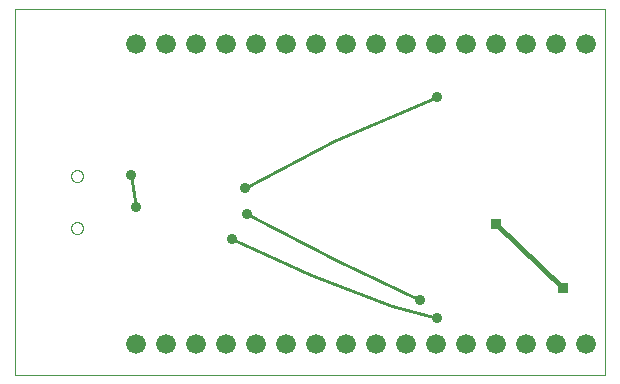
<source format=gbl>
G75*
%MOIN*%
%OFA0B0*%
%FSLAX25Y25*%
%IPPOS*%
%LPD*%
%AMOC8*
5,1,8,0,0,1.08239X$1,22.5*
%
%ADD10C,0.00000*%
%ADD11C,0.06600*%
%ADD12C,0.01000*%
%ADD13C,0.03600*%
%ADD14R,0.03562X0.03562*%
%ADD15C,0.01600*%
D10*
X0008616Y0001000D02*
X0008616Y0123047D01*
X0205467Y0123047D01*
X0205467Y0001000D01*
X0008616Y0001000D01*
X0027405Y0049907D02*
X0027407Y0049995D01*
X0027413Y0050083D01*
X0027423Y0050171D01*
X0027437Y0050259D01*
X0027454Y0050345D01*
X0027476Y0050431D01*
X0027501Y0050515D01*
X0027531Y0050599D01*
X0027563Y0050681D01*
X0027600Y0050761D01*
X0027640Y0050840D01*
X0027684Y0050917D01*
X0027731Y0050992D01*
X0027781Y0051064D01*
X0027835Y0051135D01*
X0027891Y0051202D01*
X0027951Y0051268D01*
X0028013Y0051330D01*
X0028079Y0051390D01*
X0028146Y0051446D01*
X0028217Y0051500D01*
X0028289Y0051550D01*
X0028364Y0051597D01*
X0028441Y0051641D01*
X0028520Y0051681D01*
X0028600Y0051718D01*
X0028682Y0051750D01*
X0028766Y0051780D01*
X0028850Y0051805D01*
X0028936Y0051827D01*
X0029022Y0051844D01*
X0029110Y0051858D01*
X0029198Y0051868D01*
X0029286Y0051874D01*
X0029374Y0051876D01*
X0029462Y0051874D01*
X0029550Y0051868D01*
X0029638Y0051858D01*
X0029726Y0051844D01*
X0029812Y0051827D01*
X0029898Y0051805D01*
X0029982Y0051780D01*
X0030066Y0051750D01*
X0030148Y0051718D01*
X0030228Y0051681D01*
X0030307Y0051641D01*
X0030384Y0051597D01*
X0030459Y0051550D01*
X0030531Y0051500D01*
X0030602Y0051446D01*
X0030669Y0051390D01*
X0030735Y0051330D01*
X0030797Y0051268D01*
X0030857Y0051202D01*
X0030913Y0051135D01*
X0030967Y0051064D01*
X0031017Y0050992D01*
X0031064Y0050917D01*
X0031108Y0050840D01*
X0031148Y0050761D01*
X0031185Y0050681D01*
X0031217Y0050599D01*
X0031247Y0050515D01*
X0031272Y0050431D01*
X0031294Y0050345D01*
X0031311Y0050259D01*
X0031325Y0050171D01*
X0031335Y0050083D01*
X0031341Y0049995D01*
X0031343Y0049907D01*
X0031341Y0049819D01*
X0031335Y0049731D01*
X0031325Y0049643D01*
X0031311Y0049555D01*
X0031294Y0049469D01*
X0031272Y0049383D01*
X0031247Y0049299D01*
X0031217Y0049215D01*
X0031185Y0049133D01*
X0031148Y0049053D01*
X0031108Y0048974D01*
X0031064Y0048897D01*
X0031017Y0048822D01*
X0030967Y0048750D01*
X0030913Y0048679D01*
X0030857Y0048612D01*
X0030797Y0048546D01*
X0030735Y0048484D01*
X0030669Y0048424D01*
X0030602Y0048368D01*
X0030531Y0048314D01*
X0030459Y0048264D01*
X0030384Y0048217D01*
X0030307Y0048173D01*
X0030228Y0048133D01*
X0030148Y0048096D01*
X0030066Y0048064D01*
X0029982Y0048034D01*
X0029898Y0048009D01*
X0029812Y0047987D01*
X0029726Y0047970D01*
X0029638Y0047956D01*
X0029550Y0047946D01*
X0029462Y0047940D01*
X0029374Y0047938D01*
X0029286Y0047940D01*
X0029198Y0047946D01*
X0029110Y0047956D01*
X0029022Y0047970D01*
X0028936Y0047987D01*
X0028850Y0048009D01*
X0028766Y0048034D01*
X0028682Y0048064D01*
X0028600Y0048096D01*
X0028520Y0048133D01*
X0028441Y0048173D01*
X0028364Y0048217D01*
X0028289Y0048264D01*
X0028217Y0048314D01*
X0028146Y0048368D01*
X0028079Y0048424D01*
X0028013Y0048484D01*
X0027951Y0048546D01*
X0027891Y0048612D01*
X0027835Y0048679D01*
X0027781Y0048750D01*
X0027731Y0048822D01*
X0027684Y0048897D01*
X0027640Y0048974D01*
X0027600Y0049053D01*
X0027563Y0049133D01*
X0027531Y0049215D01*
X0027501Y0049299D01*
X0027476Y0049383D01*
X0027454Y0049469D01*
X0027437Y0049555D01*
X0027423Y0049643D01*
X0027413Y0049731D01*
X0027407Y0049819D01*
X0027405Y0049907D01*
X0027405Y0067230D02*
X0027407Y0067318D01*
X0027413Y0067406D01*
X0027423Y0067494D01*
X0027437Y0067582D01*
X0027454Y0067668D01*
X0027476Y0067754D01*
X0027501Y0067838D01*
X0027531Y0067922D01*
X0027563Y0068004D01*
X0027600Y0068084D01*
X0027640Y0068163D01*
X0027684Y0068240D01*
X0027731Y0068315D01*
X0027781Y0068387D01*
X0027835Y0068458D01*
X0027891Y0068525D01*
X0027951Y0068591D01*
X0028013Y0068653D01*
X0028079Y0068713D01*
X0028146Y0068769D01*
X0028217Y0068823D01*
X0028289Y0068873D01*
X0028364Y0068920D01*
X0028441Y0068964D01*
X0028520Y0069004D01*
X0028600Y0069041D01*
X0028682Y0069073D01*
X0028766Y0069103D01*
X0028850Y0069128D01*
X0028936Y0069150D01*
X0029022Y0069167D01*
X0029110Y0069181D01*
X0029198Y0069191D01*
X0029286Y0069197D01*
X0029374Y0069199D01*
X0029462Y0069197D01*
X0029550Y0069191D01*
X0029638Y0069181D01*
X0029726Y0069167D01*
X0029812Y0069150D01*
X0029898Y0069128D01*
X0029982Y0069103D01*
X0030066Y0069073D01*
X0030148Y0069041D01*
X0030228Y0069004D01*
X0030307Y0068964D01*
X0030384Y0068920D01*
X0030459Y0068873D01*
X0030531Y0068823D01*
X0030602Y0068769D01*
X0030669Y0068713D01*
X0030735Y0068653D01*
X0030797Y0068591D01*
X0030857Y0068525D01*
X0030913Y0068458D01*
X0030967Y0068387D01*
X0031017Y0068315D01*
X0031064Y0068240D01*
X0031108Y0068163D01*
X0031148Y0068084D01*
X0031185Y0068004D01*
X0031217Y0067922D01*
X0031247Y0067838D01*
X0031272Y0067754D01*
X0031294Y0067668D01*
X0031311Y0067582D01*
X0031325Y0067494D01*
X0031335Y0067406D01*
X0031341Y0067318D01*
X0031343Y0067230D01*
X0031341Y0067142D01*
X0031335Y0067054D01*
X0031325Y0066966D01*
X0031311Y0066878D01*
X0031294Y0066792D01*
X0031272Y0066706D01*
X0031247Y0066622D01*
X0031217Y0066538D01*
X0031185Y0066456D01*
X0031148Y0066376D01*
X0031108Y0066297D01*
X0031064Y0066220D01*
X0031017Y0066145D01*
X0030967Y0066073D01*
X0030913Y0066002D01*
X0030857Y0065935D01*
X0030797Y0065869D01*
X0030735Y0065807D01*
X0030669Y0065747D01*
X0030602Y0065691D01*
X0030531Y0065637D01*
X0030459Y0065587D01*
X0030384Y0065540D01*
X0030307Y0065496D01*
X0030228Y0065456D01*
X0030148Y0065419D01*
X0030066Y0065387D01*
X0029982Y0065357D01*
X0029898Y0065332D01*
X0029812Y0065310D01*
X0029726Y0065293D01*
X0029638Y0065279D01*
X0029550Y0065269D01*
X0029462Y0065263D01*
X0029374Y0065261D01*
X0029286Y0065263D01*
X0029198Y0065269D01*
X0029110Y0065279D01*
X0029022Y0065293D01*
X0028936Y0065310D01*
X0028850Y0065332D01*
X0028766Y0065357D01*
X0028682Y0065387D01*
X0028600Y0065419D01*
X0028520Y0065456D01*
X0028441Y0065496D01*
X0028364Y0065540D01*
X0028289Y0065587D01*
X0028217Y0065637D01*
X0028146Y0065691D01*
X0028079Y0065747D01*
X0028013Y0065807D01*
X0027951Y0065869D01*
X0027891Y0065935D01*
X0027835Y0066002D01*
X0027781Y0066073D01*
X0027731Y0066145D01*
X0027684Y0066220D01*
X0027640Y0066297D01*
X0027600Y0066376D01*
X0027563Y0066456D01*
X0027531Y0066538D01*
X0027501Y0066622D01*
X0027476Y0066706D01*
X0027454Y0066792D01*
X0027437Y0066878D01*
X0027423Y0066966D01*
X0027413Y0067054D01*
X0027407Y0067142D01*
X0027405Y0067230D01*
D11*
X0048941Y0111256D03*
X0058941Y0111256D03*
X0068941Y0111256D03*
X0078941Y0111256D03*
X0088941Y0111256D03*
X0098941Y0111256D03*
X0108941Y0111256D03*
X0118941Y0111256D03*
X0128941Y0111256D03*
X0138941Y0111256D03*
X0148941Y0111256D03*
X0158941Y0111256D03*
X0168941Y0111256D03*
X0178941Y0111256D03*
X0188941Y0111256D03*
X0198941Y0111256D03*
X0198941Y0011256D03*
X0188941Y0011256D03*
X0178941Y0011256D03*
X0168941Y0011256D03*
X0158941Y0011256D03*
X0148941Y0011256D03*
X0138941Y0011256D03*
X0128941Y0011256D03*
X0118941Y0011256D03*
X0108941Y0011256D03*
X0098941Y0011256D03*
X0088941Y0011256D03*
X0078941Y0011256D03*
X0068941Y0011256D03*
X0058941Y0011256D03*
X0048941Y0011256D03*
D12*
X0080907Y0046119D02*
X0107517Y0034308D01*
X0134341Y0023793D01*
X0149391Y0019856D01*
X0143641Y0025956D02*
X0116291Y0038808D01*
X0085939Y0054556D01*
X0085389Y0063219D02*
X0115054Y0078967D01*
X0149341Y0093756D01*
X0047350Y0067519D02*
X0049013Y0056919D01*
D13*
X0049013Y0056919D03*
X0047350Y0067519D03*
X0080907Y0046119D03*
X0085939Y0054556D03*
X0085389Y0063219D03*
X0143641Y0025956D03*
X0149391Y0019856D03*
X0149341Y0093756D03*
D14*
X0168941Y0051256D03*
X0191441Y0030006D03*
D15*
X0168941Y0051256D01*
M02*

</source>
